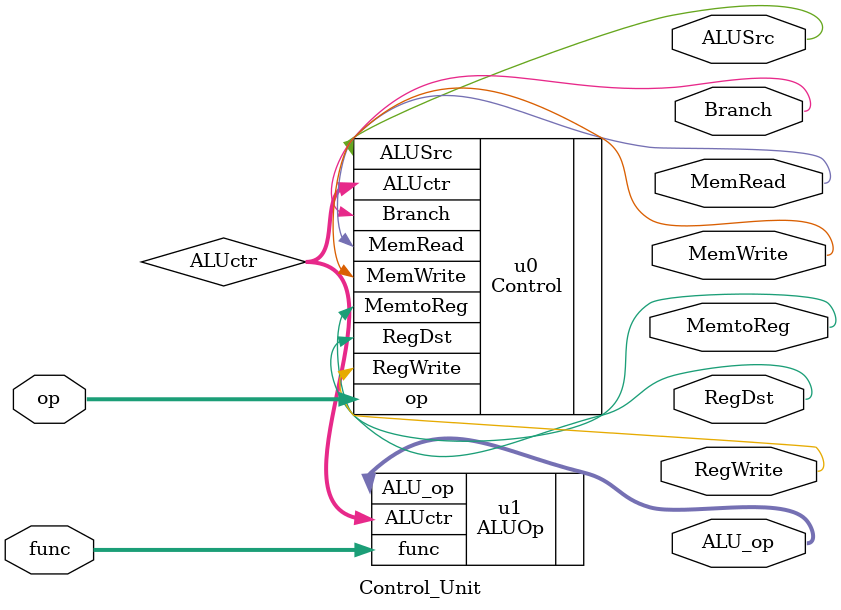
<source format=v>
`timescale 1ns / 1ps
module Control_Unit(op,func,RegDst,RegWrite,ALUSrc,MemWrite,MemRead,MemtoReg,Branch,ALU_op
    );
input [5:0] op,func;
output RegDst,RegWrite,ALUSrc,MemWrite,MemRead,MemtoReg,Branch;
output [2:0] ALU_op;

wire [1:0] ALUctr;
Control u0(.op(op),.RegDst(RegDst),.RegWrite(RegWrite),.ALUSrc(ALUSrc),.MemWrite(MemWrite),.MemRead(MemRead),.MemtoReg(MemtoReg),.Branch(Branch),.ALUctr(ALUctr));
ALUOp u1(.func(func),.ALUctr(ALUctr),.ALU_op(ALU_op));


endmodule

</source>
